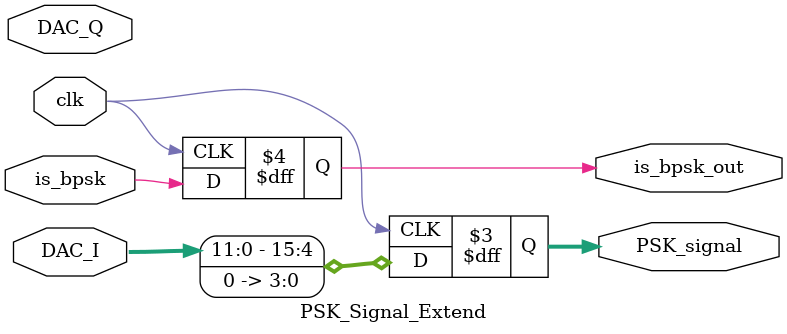
<source format=v>

module PSK_Signal_Extend #(
  parameter I_WIDTH    = 12,
  parameter O_WIDTH    = 16,
  parameter USE_I_STRM = 1 // 1 for I stream, 0 for Q stream
) (
  input                           clk,
  input      signed [I_WIDTH-1:0] DAC_I,
  input      signed [I_WIDTH-1:0] DAC_Q,
  input                           is_bpsk,
  output reg signed [O_WIDTH-1:0] PSK_signal,
  output reg                      is_bpsk_out
);
  // assign LSB to zeros
  generate
    if (USE_I_STRM) begin
      always @ (posedge clk) begin
        PSK_signal <= { DAC_I, {O_WIDTH-I_WIDTH{1'b0}} };
      end
    end else begin
      always @ (posedge clk) begin
        PSK_signal <= { DAC_Q, {O_WIDTH-I_WIDTH{1'b0}} };
      end
    end
  endgenerate

  always @ (posedge clk) begin
    is_bpsk_out <= is_bpsk;
  end
endmodule

</source>
